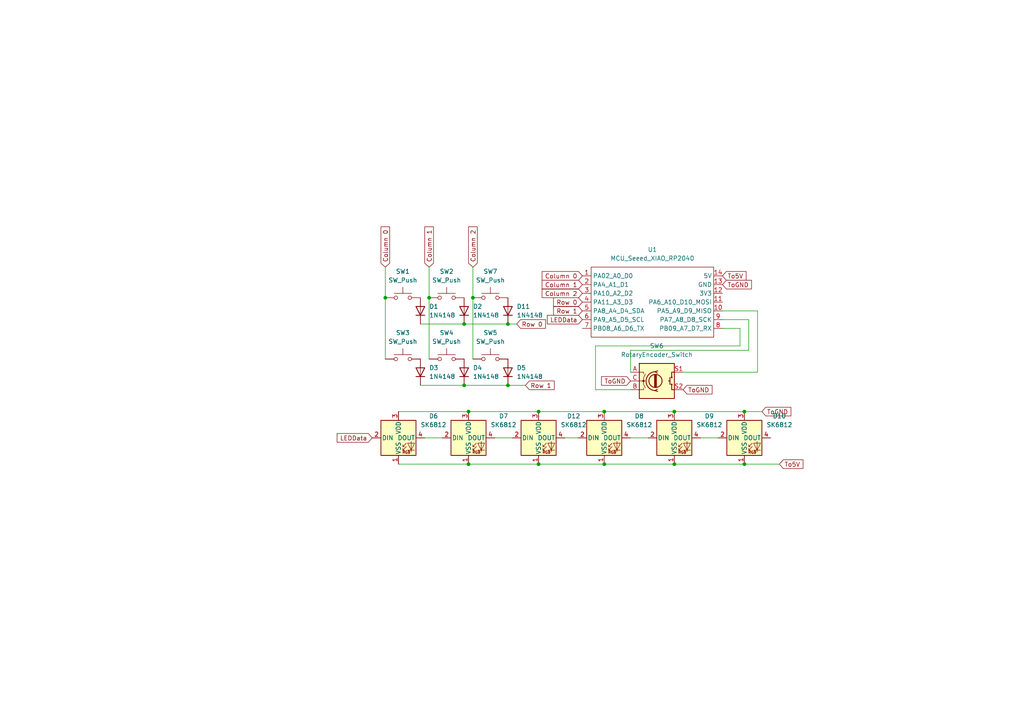
<source format=kicad_sch>
(kicad_sch
	(version 20231120)
	(generator "eeschema")
	(generator_version "8.0")
	(uuid "4053cd60-844a-42d0-a30e-8ac35b4c5d76")
	(paper "A4")
	(lib_symbols
		(symbol "Device:RotaryEncoder_Switch"
			(pin_names
				(offset 0.254) hide)
			(exclude_from_sim no)
			(in_bom yes)
			(on_board yes)
			(property "Reference" "SW"
				(at 0 6.604 0)
				(effects
					(font
						(size 1.27 1.27)
					)
				)
			)
			(property "Value" "RotaryEncoder_Switch"
				(at 0 -6.604 0)
				(effects
					(font
						(size 1.27 1.27)
					)
				)
			)
			(property "Footprint" ""
				(at -3.81 4.064 0)
				(effects
					(font
						(size 1.27 1.27)
					)
					(hide yes)
				)
			)
			(property "Datasheet" "~"
				(at 0 6.604 0)
				(effects
					(font
						(size 1.27 1.27)
					)
					(hide yes)
				)
			)
			(property "Description" "Rotary encoder, dual channel, incremental quadrate outputs, with switch"
				(at 0 0 0)
				(effects
					(font
						(size 1.27 1.27)
					)
					(hide yes)
				)
			)
			(property "ki_keywords" "rotary switch encoder switch push button"
				(at 0 0 0)
				(effects
					(font
						(size 1.27 1.27)
					)
					(hide yes)
				)
			)
			(property "ki_fp_filters" "RotaryEncoder*Switch*"
				(at 0 0 0)
				(effects
					(font
						(size 1.27 1.27)
					)
					(hide yes)
				)
			)
			(symbol "RotaryEncoder_Switch_0_1"
				(rectangle
					(start -5.08 5.08)
					(end 5.08 -5.08)
					(stroke
						(width 0.254)
						(type default)
					)
					(fill
						(type background)
					)
				)
				(circle
					(center -3.81 0)
					(radius 0.254)
					(stroke
						(width 0)
						(type default)
					)
					(fill
						(type outline)
					)
				)
				(circle
					(center -0.381 0)
					(radius 1.905)
					(stroke
						(width 0.254)
						(type default)
					)
					(fill
						(type none)
					)
				)
				(arc
					(start -0.381 2.667)
					(mid -3.0988 -0.0635)
					(end -0.381 -2.794)
					(stroke
						(width 0.254)
						(type default)
					)
					(fill
						(type none)
					)
				)
				(polyline
					(pts
						(xy -0.635 -1.778) (xy -0.635 1.778)
					)
					(stroke
						(width 0.254)
						(type default)
					)
					(fill
						(type none)
					)
				)
				(polyline
					(pts
						(xy -0.381 -1.778) (xy -0.381 1.778)
					)
					(stroke
						(width 0.254)
						(type default)
					)
					(fill
						(type none)
					)
				)
				(polyline
					(pts
						(xy -0.127 1.778) (xy -0.127 -1.778)
					)
					(stroke
						(width 0.254)
						(type default)
					)
					(fill
						(type none)
					)
				)
				(polyline
					(pts
						(xy 3.81 0) (xy 3.429 0)
					)
					(stroke
						(width 0.254)
						(type default)
					)
					(fill
						(type none)
					)
				)
				(polyline
					(pts
						(xy 3.81 1.016) (xy 3.81 -1.016)
					)
					(stroke
						(width 0.254)
						(type default)
					)
					(fill
						(type none)
					)
				)
				(polyline
					(pts
						(xy -5.08 -2.54) (xy -3.81 -2.54) (xy -3.81 -2.032)
					)
					(stroke
						(width 0)
						(type default)
					)
					(fill
						(type none)
					)
				)
				(polyline
					(pts
						(xy -5.08 2.54) (xy -3.81 2.54) (xy -3.81 2.032)
					)
					(stroke
						(width 0)
						(type default)
					)
					(fill
						(type none)
					)
				)
				(polyline
					(pts
						(xy 0.254 -3.048) (xy -0.508 -2.794) (xy 0.127 -2.413)
					)
					(stroke
						(width 0.254)
						(type default)
					)
					(fill
						(type none)
					)
				)
				(polyline
					(pts
						(xy 0.254 2.921) (xy -0.508 2.667) (xy 0.127 2.286)
					)
					(stroke
						(width 0.254)
						(type default)
					)
					(fill
						(type none)
					)
				)
				(polyline
					(pts
						(xy 5.08 -2.54) (xy 4.318 -2.54) (xy 4.318 -1.016)
					)
					(stroke
						(width 0.254)
						(type default)
					)
					(fill
						(type none)
					)
				)
				(polyline
					(pts
						(xy 5.08 2.54) (xy 4.318 2.54) (xy 4.318 1.016)
					)
					(stroke
						(width 0.254)
						(type default)
					)
					(fill
						(type none)
					)
				)
				(polyline
					(pts
						(xy -5.08 0) (xy -3.81 0) (xy -3.81 -1.016) (xy -3.302 -2.032)
					)
					(stroke
						(width 0)
						(type default)
					)
					(fill
						(type none)
					)
				)
				(polyline
					(pts
						(xy -4.318 0) (xy -3.81 0) (xy -3.81 1.016) (xy -3.302 2.032)
					)
					(stroke
						(width 0)
						(type default)
					)
					(fill
						(type none)
					)
				)
				(circle
					(center 4.318 -1.016)
					(radius 0.127)
					(stroke
						(width 0.254)
						(type default)
					)
					(fill
						(type none)
					)
				)
				(circle
					(center 4.318 1.016)
					(radius 0.127)
					(stroke
						(width 0.254)
						(type default)
					)
					(fill
						(type none)
					)
				)
			)
			(symbol "RotaryEncoder_Switch_1_1"
				(pin passive line
					(at -7.62 2.54 0)
					(length 2.54)
					(name "A"
						(effects
							(font
								(size 1.27 1.27)
							)
						)
					)
					(number "A"
						(effects
							(font
								(size 1.27 1.27)
							)
						)
					)
				)
				(pin passive line
					(at -7.62 -2.54 0)
					(length 2.54)
					(name "B"
						(effects
							(font
								(size 1.27 1.27)
							)
						)
					)
					(number "B"
						(effects
							(font
								(size 1.27 1.27)
							)
						)
					)
				)
				(pin passive line
					(at -7.62 0 0)
					(length 2.54)
					(name "C"
						(effects
							(font
								(size 1.27 1.27)
							)
						)
					)
					(number "C"
						(effects
							(font
								(size 1.27 1.27)
							)
						)
					)
				)
				(pin passive line
					(at 7.62 2.54 180)
					(length 2.54)
					(name "S1"
						(effects
							(font
								(size 1.27 1.27)
							)
						)
					)
					(number "S1"
						(effects
							(font
								(size 1.27 1.27)
							)
						)
					)
				)
				(pin passive line
					(at 7.62 -2.54 180)
					(length 2.54)
					(name "S2"
						(effects
							(font
								(size 1.27 1.27)
							)
						)
					)
					(number "S2"
						(effects
							(font
								(size 1.27 1.27)
							)
						)
					)
				)
			)
		)
		(symbol "Diode:1N4148"
			(pin_numbers hide)
			(pin_names hide)
			(exclude_from_sim no)
			(in_bom yes)
			(on_board yes)
			(property "Reference" "D"
				(at 0 2.54 0)
				(effects
					(font
						(size 1.27 1.27)
					)
				)
			)
			(property "Value" "1N4148"
				(at 0 -2.54 0)
				(effects
					(font
						(size 1.27 1.27)
					)
				)
			)
			(property "Footprint" "Diode_THT:D_DO-35_SOD27_P7.62mm_Horizontal"
				(at 0 0 0)
				(effects
					(font
						(size 1.27 1.27)
					)
					(hide yes)
				)
			)
			(property "Datasheet" "https://assets.nexperia.com/documents/data-sheet/1N4148_1N4448.pdf"
				(at 0 0 0)
				(effects
					(font
						(size 1.27 1.27)
					)
					(hide yes)
				)
			)
			(property "Description" "100V 0.15A standard switching diode, DO-35"
				(at 0 0 0)
				(effects
					(font
						(size 1.27 1.27)
					)
					(hide yes)
				)
			)
			(property "Sim.Device" "D"
				(at 0 0 0)
				(effects
					(font
						(size 1.27 1.27)
					)
					(hide yes)
				)
			)
			(property "Sim.Pins" "1=K 2=A"
				(at 0 0 0)
				(effects
					(font
						(size 1.27 1.27)
					)
					(hide yes)
				)
			)
			(property "ki_keywords" "diode"
				(at 0 0 0)
				(effects
					(font
						(size 1.27 1.27)
					)
					(hide yes)
				)
			)
			(property "ki_fp_filters" "D*DO?35*"
				(at 0 0 0)
				(effects
					(font
						(size 1.27 1.27)
					)
					(hide yes)
				)
			)
			(symbol "1N4148_0_1"
				(polyline
					(pts
						(xy -1.27 1.27) (xy -1.27 -1.27)
					)
					(stroke
						(width 0.254)
						(type default)
					)
					(fill
						(type none)
					)
				)
				(polyline
					(pts
						(xy 1.27 0) (xy -1.27 0)
					)
					(stroke
						(width 0)
						(type default)
					)
					(fill
						(type none)
					)
				)
				(polyline
					(pts
						(xy 1.27 1.27) (xy 1.27 -1.27) (xy -1.27 0) (xy 1.27 1.27)
					)
					(stroke
						(width 0.254)
						(type default)
					)
					(fill
						(type none)
					)
				)
			)
			(symbol "1N4148_1_1"
				(pin passive line
					(at -3.81 0 0)
					(length 2.54)
					(name "K"
						(effects
							(font
								(size 1.27 1.27)
							)
						)
					)
					(number "1"
						(effects
							(font
								(size 1.27 1.27)
							)
						)
					)
				)
				(pin passive line
					(at 3.81 0 180)
					(length 2.54)
					(name "A"
						(effects
							(font
								(size 1.27 1.27)
							)
						)
					)
					(number "2"
						(effects
							(font
								(size 1.27 1.27)
							)
						)
					)
				)
			)
		)
		(symbol "LED:SK6812"
			(pin_names
				(offset 0.254)
			)
			(exclude_from_sim no)
			(in_bom yes)
			(on_board yes)
			(property "Reference" "D"
				(at 5.08 5.715 0)
				(effects
					(font
						(size 1.27 1.27)
					)
					(justify right bottom)
				)
			)
			(property "Value" "SK6812"
				(at 1.27 -5.715 0)
				(effects
					(font
						(size 1.27 1.27)
					)
					(justify left top)
				)
			)
			(property "Footprint" "LED_SMD:LED_SK6812_PLCC4_5.0x5.0mm_P3.2mm"
				(at 1.27 -7.62 0)
				(effects
					(font
						(size 1.27 1.27)
					)
					(justify left top)
					(hide yes)
				)
			)
			(property "Datasheet" "https://cdn-shop.adafruit.com/product-files/1138/SK6812+LED+datasheet+.pdf"
				(at 2.54 -9.525 0)
				(effects
					(font
						(size 1.27 1.27)
					)
					(justify left top)
					(hide yes)
				)
			)
			(property "Description" "RGB LED with integrated controller"
				(at 0 0 0)
				(effects
					(font
						(size 1.27 1.27)
					)
					(hide yes)
				)
			)
			(property "ki_keywords" "RGB LED NeoPixel addressable"
				(at 0 0 0)
				(effects
					(font
						(size 1.27 1.27)
					)
					(hide yes)
				)
			)
			(property "ki_fp_filters" "LED*SK6812*PLCC*5.0x5.0mm*P3.2mm*"
				(at 0 0 0)
				(effects
					(font
						(size 1.27 1.27)
					)
					(hide yes)
				)
			)
			(symbol "SK6812_0_0"
				(text "RGB"
					(at 2.286 -4.191 0)
					(effects
						(font
							(size 0.762 0.762)
						)
					)
				)
			)
			(symbol "SK6812_0_1"
				(polyline
					(pts
						(xy 1.27 -3.556) (xy 1.778 -3.556)
					)
					(stroke
						(width 0)
						(type default)
					)
					(fill
						(type none)
					)
				)
				(polyline
					(pts
						(xy 1.27 -2.54) (xy 1.778 -2.54)
					)
					(stroke
						(width 0)
						(type default)
					)
					(fill
						(type none)
					)
				)
				(polyline
					(pts
						(xy 4.699 -3.556) (xy 2.667 -3.556)
					)
					(stroke
						(width 0)
						(type default)
					)
					(fill
						(type none)
					)
				)
				(polyline
					(pts
						(xy 2.286 -2.54) (xy 1.27 -3.556) (xy 1.27 -3.048)
					)
					(stroke
						(width 0)
						(type default)
					)
					(fill
						(type none)
					)
				)
				(polyline
					(pts
						(xy 2.286 -1.524) (xy 1.27 -2.54) (xy 1.27 -2.032)
					)
					(stroke
						(width 0)
						(type default)
					)
					(fill
						(type none)
					)
				)
				(polyline
					(pts
						(xy 3.683 -1.016) (xy 3.683 -3.556) (xy 3.683 -4.064)
					)
					(stroke
						(width 0)
						(type default)
					)
					(fill
						(type none)
					)
				)
				(polyline
					(pts
						(xy 4.699 -1.524) (xy 2.667 -1.524) (xy 3.683 -3.556) (xy 4.699 -1.524)
					)
					(stroke
						(width 0)
						(type default)
					)
					(fill
						(type none)
					)
				)
				(rectangle
					(start 5.08 5.08)
					(end -5.08 -5.08)
					(stroke
						(width 0.254)
						(type default)
					)
					(fill
						(type background)
					)
				)
			)
			(symbol "SK6812_1_1"
				(pin power_in line
					(at 0 -7.62 90)
					(length 2.54)
					(name "VSS"
						(effects
							(font
								(size 1.27 1.27)
							)
						)
					)
					(number "1"
						(effects
							(font
								(size 1.27 1.27)
							)
						)
					)
				)
				(pin input line
					(at -7.62 0 0)
					(length 2.54)
					(name "DIN"
						(effects
							(font
								(size 1.27 1.27)
							)
						)
					)
					(number "2"
						(effects
							(font
								(size 1.27 1.27)
							)
						)
					)
				)
				(pin power_in line
					(at 0 7.62 270)
					(length 2.54)
					(name "VDD"
						(effects
							(font
								(size 1.27 1.27)
							)
						)
					)
					(number "3"
						(effects
							(font
								(size 1.27 1.27)
							)
						)
					)
				)
				(pin output line
					(at 7.62 0 180)
					(length 2.54)
					(name "DOUT"
						(effects
							(font
								(size 1.27 1.27)
							)
						)
					)
					(number "4"
						(effects
							(font
								(size 1.27 1.27)
							)
						)
					)
				)
			)
		)
		(symbol "ScottoKeebs:MCU_Seeed_XIAO_RP2040"
			(exclude_from_sim no)
			(in_bom yes)
			(on_board yes)
			(property "Reference" "U"
				(at -16.51 11.43 0)
				(effects
					(font
						(size 1.27 1.27)
					)
				)
			)
			(property "Value" "MCU_Seeed_XIAO_RP2040"
				(at -3.81 -11.43 0)
				(effects
					(font
						(size 1.27 1.27)
					)
				)
			)
			(property "Footprint" ""
				(at -16.51 2.54 0)
				(effects
					(font
						(size 1.27 1.27)
					)
					(hide yes)
				)
			)
			(property "Datasheet" ""
				(at -16.51 2.54 0)
				(effects
					(font
						(size 1.27 1.27)
					)
					(hide yes)
				)
			)
			(property "Description" ""
				(at 0 0 0)
				(effects
					(font
						(size 1.27 1.27)
					)
					(hide yes)
				)
			)
			(symbol "MCU_Seeed_XIAO_RP2040_0_1"
				(rectangle
					(start -16.51 10.16)
					(end 19.05 -10.16)
					(stroke
						(width 0)
						(type default)
					)
					(fill
						(type none)
					)
				)
			)
			(symbol "MCU_Seeed_XIAO_RP2040_1_1"
				(pin passive line
					(at -19.05 7.62 0)
					(length 2.54)
					(name "PA02_A0_D0"
						(effects
							(font
								(size 1.27 1.27)
							)
						)
					)
					(number "1"
						(effects
							(font
								(size 1.27 1.27)
							)
						)
					)
				)
				(pin passive line
					(at 21.59 -2.54 180)
					(length 2.54)
					(name "PA5_A9_D9_MISO"
						(effects
							(font
								(size 1.27 1.27)
							)
						)
					)
					(number "10"
						(effects
							(font
								(size 1.27 1.27)
							)
						)
					)
				)
				(pin passive line
					(at 21.59 0 180)
					(length 2.54)
					(name "PA6_A10_D10_MOSI"
						(effects
							(font
								(size 1.27 1.27)
							)
						)
					)
					(number "11"
						(effects
							(font
								(size 1.27 1.27)
							)
						)
					)
				)
				(pin passive line
					(at 21.59 2.54 180)
					(length 2.54)
					(name "3V3"
						(effects
							(font
								(size 1.27 1.27)
							)
						)
					)
					(number "12"
						(effects
							(font
								(size 1.27 1.27)
							)
						)
					)
				)
				(pin passive line
					(at 21.59 5.08 180)
					(length 2.54)
					(name "GND"
						(effects
							(font
								(size 1.27 1.27)
							)
						)
					)
					(number "13"
						(effects
							(font
								(size 1.27 1.27)
							)
						)
					)
				)
				(pin passive line
					(at 21.59 7.62 180)
					(length 2.54)
					(name "5V"
						(effects
							(font
								(size 1.27 1.27)
							)
						)
					)
					(number "14"
						(effects
							(font
								(size 1.27 1.27)
							)
						)
					)
				)
				(pin passive line
					(at -19.05 5.08 0)
					(length 2.54)
					(name "PA4_A1_D1"
						(effects
							(font
								(size 1.27 1.27)
							)
						)
					)
					(number "2"
						(effects
							(font
								(size 1.27 1.27)
							)
						)
					)
				)
				(pin passive line
					(at -19.05 2.54 0)
					(length 2.54)
					(name "PA10_A2_D2"
						(effects
							(font
								(size 1.27 1.27)
							)
						)
					)
					(number "3"
						(effects
							(font
								(size 1.27 1.27)
							)
						)
					)
				)
				(pin passive line
					(at -19.05 0 0)
					(length 2.54)
					(name "PA11_A3_D3"
						(effects
							(font
								(size 1.27 1.27)
							)
						)
					)
					(number "4"
						(effects
							(font
								(size 1.27 1.27)
							)
						)
					)
				)
				(pin passive line
					(at -19.05 -2.54 0)
					(length 2.54)
					(name "PA8_A4_D4_SDA"
						(effects
							(font
								(size 1.27 1.27)
							)
						)
					)
					(number "5"
						(effects
							(font
								(size 1.27 1.27)
							)
						)
					)
				)
				(pin passive line
					(at -19.05 -5.08 0)
					(length 2.54)
					(name "PA9_A5_D5_SCL"
						(effects
							(font
								(size 1.27 1.27)
							)
						)
					)
					(number "6"
						(effects
							(font
								(size 1.27 1.27)
							)
						)
					)
				)
				(pin passive line
					(at -19.05 -7.62 0)
					(length 2.54)
					(name "PB08_A6_D6_TX"
						(effects
							(font
								(size 1.27 1.27)
							)
						)
					)
					(number "7"
						(effects
							(font
								(size 1.27 1.27)
							)
						)
					)
				)
				(pin passive line
					(at 21.59 -7.62 180)
					(length 2.54)
					(name "PB09_A7_D7_RX"
						(effects
							(font
								(size 1.27 1.27)
							)
						)
					)
					(number "8"
						(effects
							(font
								(size 1.27 1.27)
							)
						)
					)
				)
				(pin passive line
					(at 21.59 -5.08 180)
					(length 2.54)
					(name "PA7_A8_D8_SCK"
						(effects
							(font
								(size 1.27 1.27)
							)
						)
					)
					(number "9"
						(effects
							(font
								(size 1.27 1.27)
							)
						)
					)
				)
			)
		)
		(symbol "Switch:SW_Push"
			(pin_numbers hide)
			(pin_names
				(offset 1.016) hide)
			(exclude_from_sim no)
			(in_bom yes)
			(on_board yes)
			(property "Reference" "SW"
				(at 1.27 2.54 0)
				(effects
					(font
						(size 1.27 1.27)
					)
					(justify left)
				)
			)
			(property "Value" "SW_Push"
				(at 0 -1.524 0)
				(effects
					(font
						(size 1.27 1.27)
					)
				)
			)
			(property "Footprint" ""
				(at 0 5.08 0)
				(effects
					(font
						(size 1.27 1.27)
					)
					(hide yes)
				)
			)
			(property "Datasheet" "~"
				(at 0 5.08 0)
				(effects
					(font
						(size 1.27 1.27)
					)
					(hide yes)
				)
			)
			(property "Description" "Push button switch, generic, two pins"
				(at 0 0 0)
				(effects
					(font
						(size 1.27 1.27)
					)
					(hide yes)
				)
			)
			(property "ki_keywords" "switch normally-open pushbutton push-button"
				(at 0 0 0)
				(effects
					(font
						(size 1.27 1.27)
					)
					(hide yes)
				)
			)
			(symbol "SW_Push_0_1"
				(circle
					(center -2.032 0)
					(radius 0.508)
					(stroke
						(width 0)
						(type default)
					)
					(fill
						(type none)
					)
				)
				(polyline
					(pts
						(xy 0 1.27) (xy 0 3.048)
					)
					(stroke
						(width 0)
						(type default)
					)
					(fill
						(type none)
					)
				)
				(polyline
					(pts
						(xy 2.54 1.27) (xy -2.54 1.27)
					)
					(stroke
						(width 0)
						(type default)
					)
					(fill
						(type none)
					)
				)
				(circle
					(center 2.032 0)
					(radius 0.508)
					(stroke
						(width 0)
						(type default)
					)
					(fill
						(type none)
					)
				)
				(pin passive line
					(at -5.08 0 0)
					(length 2.54)
					(name "1"
						(effects
							(font
								(size 1.27 1.27)
							)
						)
					)
					(number "1"
						(effects
							(font
								(size 1.27 1.27)
							)
						)
					)
				)
				(pin passive line
					(at 5.08 0 180)
					(length 2.54)
					(name "2"
						(effects
							(font
								(size 1.27 1.27)
							)
						)
					)
					(number "2"
						(effects
							(font
								(size 1.27 1.27)
							)
						)
					)
				)
			)
		)
	)
	(junction
		(at 195.58 119.38)
		(diameter 0)
		(color 0 0 0 0)
		(uuid "07203566-3cda-4bee-b554-a99ed31e8fcc")
	)
	(junction
		(at 156.21 134.62)
		(diameter 0)
		(color 0 0 0 0)
		(uuid "28870868-eeab-4f68-a0ed-202f3f6ff5e9")
	)
	(junction
		(at 134.62 93.98)
		(diameter 0)
		(color 0 0 0 0)
		(uuid "2a8d2a0f-aded-4c7b-ba9a-808d11fe2117")
	)
	(junction
		(at 111.76 86.36)
		(diameter 0)
		(color 0 0 0 0)
		(uuid "32dc45b3-e9a6-4ac9-9190-55a8f5308a26")
	)
	(junction
		(at 147.32 93.98)
		(diameter 0)
		(color 0 0 0 0)
		(uuid "379e2316-74e5-4425-85b9-e7d247196340")
	)
	(junction
		(at 135.89 119.38)
		(diameter 0)
		(color 0 0 0 0)
		(uuid "44c547a4-dd0d-406d-9914-2000d4cab57f")
	)
	(junction
		(at 195.58 134.62)
		(diameter 0)
		(color 0 0 0 0)
		(uuid "44dc3996-2b84-4038-914f-bbed8a6e5ea9")
	)
	(junction
		(at 156.21 119.38)
		(diameter 0)
		(color 0 0 0 0)
		(uuid "5142b36b-5987-4e29-b655-6cdc601d614d")
	)
	(junction
		(at 215.9 134.62)
		(diameter 0)
		(color 0 0 0 0)
		(uuid "67692a80-4032-420e-bf9f-06fb4bb69ed6")
	)
	(junction
		(at 175.26 134.62)
		(diameter 0)
		(color 0 0 0 0)
		(uuid "734903a6-bca7-4837-a303-bff901435c8a")
	)
	(junction
		(at 124.46 86.36)
		(diameter 0)
		(color 0 0 0 0)
		(uuid "99ce9db1-e44d-4267-ae69-5e7bab977aa3")
	)
	(junction
		(at 215.9 119.38)
		(diameter 0)
		(color 0 0 0 0)
		(uuid "a9361c0a-7891-4766-b289-1ebeac200e2c")
	)
	(junction
		(at 175.26 119.38)
		(diameter 0)
		(color 0 0 0 0)
		(uuid "a9fba9f8-9c92-4bdb-9106-adf459cd56c5")
	)
	(junction
		(at 137.16 86.36)
		(diameter 0)
		(color 0 0 0 0)
		(uuid "b0c1c4c8-701f-4591-8866-f23dedefe69f")
	)
	(junction
		(at 134.62 111.76)
		(diameter 0)
		(color 0 0 0 0)
		(uuid "bf24579b-b205-47ea-8011-f3601dd98e29")
	)
	(junction
		(at 147.32 111.76)
		(diameter 0)
		(color 0 0 0 0)
		(uuid "c307778d-a1f4-45b0-acb1-5153b6e9855a")
	)
	(junction
		(at 135.89 134.62)
		(diameter 0)
		(color 0 0 0 0)
		(uuid "cb73be83-6477-4f80-ae0e-7e05350c54dd")
	)
	(wire
		(pts
			(xy 143.51 127) (xy 148.59 127)
		)
		(stroke
			(width 0)
			(type default)
		)
		(uuid "016f56b1-e2da-42aa-b0fe-cba6ae170e00")
	)
	(wire
		(pts
			(xy 152.4 111.76) (xy 147.32 111.76)
		)
		(stroke
			(width 0)
			(type default)
		)
		(uuid "03dae68a-0ae9-4c01-8cb0-b6823c94dcea")
	)
	(wire
		(pts
			(xy 182.88 113.03) (xy 172.72 113.03)
		)
		(stroke
			(width 0)
			(type default)
		)
		(uuid "0e12b9dc-7a23-4b1b-aa1a-4a07f4a48bd9")
	)
	(wire
		(pts
			(xy 219.71 107.95) (xy 219.71 90.17)
		)
		(stroke
			(width 0)
			(type default)
		)
		(uuid "1198b945-e027-4625-9f46-0d6834c0177e")
	)
	(wire
		(pts
			(xy 172.72 100.33) (xy 214.63 100.33)
		)
		(stroke
			(width 0)
			(type default)
		)
		(uuid "35fa9554-81bf-4a48-a649-a69cd09ec3f4")
	)
	(wire
		(pts
			(xy 209.55 92.71) (xy 217.17 92.71)
		)
		(stroke
			(width 0)
			(type default)
		)
		(uuid "4068ec7c-68f0-4615-9e92-68b9f90ad50b")
	)
	(wire
		(pts
			(xy 215.9 134.62) (xy 226.06 134.62)
		)
		(stroke
			(width 0)
			(type default)
		)
		(uuid "421ad97d-7d1a-441d-b532-8c795f997ea2")
	)
	(wire
		(pts
			(xy 115.57 119.38) (xy 135.89 119.38)
		)
		(stroke
			(width 0)
			(type default)
		)
		(uuid "4342910a-0461-4917-af98-6b922e070853")
	)
	(wire
		(pts
			(xy 115.57 134.62) (xy 135.89 134.62)
		)
		(stroke
			(width 0)
			(type default)
		)
		(uuid "4ac70e2f-6bd8-49af-8c45-68c029d3ae2f")
	)
	(wire
		(pts
			(xy 137.16 86.36) (xy 137.16 104.14)
		)
		(stroke
			(width 0)
			(type default)
		)
		(uuid "5390add8-d750-4a18-a3b6-7fcafb379a47")
	)
	(wire
		(pts
			(xy 135.89 119.38) (xy 156.21 119.38)
		)
		(stroke
			(width 0)
			(type default)
		)
		(uuid "563511aa-4085-4e89-88f0-7706c6273648")
	)
	(wire
		(pts
			(xy 219.71 90.17) (xy 209.55 90.17)
		)
		(stroke
			(width 0)
			(type default)
		)
		(uuid "584041c8-12a2-465e-9449-960e5091eb9e")
	)
	(wire
		(pts
			(xy 195.58 119.38) (xy 215.9 119.38)
		)
		(stroke
			(width 0)
			(type default)
		)
		(uuid "64334e72-acc4-4661-9d6e-02c978656952")
	)
	(wire
		(pts
			(xy 217.17 101.6) (xy 217.17 92.71)
		)
		(stroke
			(width 0)
			(type default)
		)
		(uuid "6a543ba6-d121-4871-90ef-4d7146fd5d4b")
	)
	(wire
		(pts
			(xy 121.92 93.98) (xy 134.62 93.98)
		)
		(stroke
			(width 0)
			(type default)
		)
		(uuid "6d1ad10f-6dbf-4008-b945-b15a89371d8f")
	)
	(wire
		(pts
			(xy 124.46 86.36) (xy 124.46 104.14)
		)
		(stroke
			(width 0)
			(type default)
		)
		(uuid "77b3a153-f96f-41a3-bae5-21d041c5cd6f")
	)
	(wire
		(pts
			(xy 149.86 93.98) (xy 147.32 93.98)
		)
		(stroke
			(width 0)
			(type default)
		)
		(uuid "78623036-ce1d-4675-8d2b-464e97c8ccde")
	)
	(wire
		(pts
			(xy 111.76 86.36) (xy 111.76 104.14)
		)
		(stroke
			(width 0)
			(type default)
		)
		(uuid "78b62376-de0c-460e-81f0-3338d4376b39")
	)
	(wire
		(pts
			(xy 163.83 127) (xy 167.64 127)
		)
		(stroke
			(width 0)
			(type default)
		)
		(uuid "79037333-9d6d-4cb0-ae21-9e14ce8b4324")
	)
	(wire
		(pts
			(xy 172.72 113.03) (xy 172.72 100.33)
		)
		(stroke
			(width 0)
			(type default)
		)
		(uuid "79690998-9c23-4bf6-94ce-df2b0387de6a")
	)
	(wire
		(pts
			(xy 135.89 134.62) (xy 156.21 134.62)
		)
		(stroke
			(width 0)
			(type default)
		)
		(uuid "94a26038-f501-4c9c-b7f2-bf282eea87d1")
	)
	(wire
		(pts
			(xy 175.26 134.62) (xy 195.58 134.62)
		)
		(stroke
			(width 0)
			(type default)
		)
		(uuid "95044d65-40d4-4943-9c6c-1e910f3aa6d6")
	)
	(wire
		(pts
			(xy 215.9 119.38) (xy 220.98 119.38)
		)
		(stroke
			(width 0)
			(type default)
		)
		(uuid "9a87c224-1c7f-4fcf-a160-2cfb744bf244")
	)
	(wire
		(pts
			(xy 134.62 111.76) (xy 147.32 111.76)
		)
		(stroke
			(width 0)
			(type default)
		)
		(uuid "9c497d03-54e9-4cd3-924f-5dc303ba6bb8")
	)
	(wire
		(pts
			(xy 121.92 111.76) (xy 134.62 111.76)
		)
		(stroke
			(width 0)
			(type default)
		)
		(uuid "9ebd3cf3-8edd-4657-a43f-fc596737542f")
	)
	(wire
		(pts
			(xy 214.63 95.25) (xy 209.55 95.25)
		)
		(stroke
			(width 0)
			(type default)
		)
		(uuid "a3e56313-0dfb-4cd2-bee0-73172f18aa64")
	)
	(wire
		(pts
			(xy 124.46 77.47) (xy 124.46 86.36)
		)
		(stroke
			(width 0)
			(type default)
		)
		(uuid "a922b7ed-4ac0-4520-bc7e-3d3c06230952")
	)
	(wire
		(pts
			(xy 123.19 127) (xy 128.27 127)
		)
		(stroke
			(width 0)
			(type default)
		)
		(uuid "b3993656-7f63-40b2-9b12-ad346ff31ec2")
	)
	(wire
		(pts
			(xy 195.58 134.62) (xy 215.9 134.62)
		)
		(stroke
			(width 0)
			(type default)
		)
		(uuid "b4671f9a-b7d2-4dc1-93d9-55abe7fcb259")
	)
	(wire
		(pts
			(xy 182.88 107.95) (xy 182.88 101.6)
		)
		(stroke
			(width 0)
			(type default)
		)
		(uuid "b7072107-f374-4df2-b7c7-717c320ed0f4")
	)
	(wire
		(pts
			(xy 182.88 101.6) (xy 217.17 101.6)
		)
		(stroke
			(width 0)
			(type default)
		)
		(uuid "b70ded3c-8a1b-4a46-a9d9-9eeba962ba55")
	)
	(wire
		(pts
			(xy 203.2 127) (xy 208.28 127)
		)
		(stroke
			(width 0)
			(type default)
		)
		(uuid "c3783042-9174-45c6-87e2-5b84a5090f62")
	)
	(wire
		(pts
			(xy 156.21 134.62) (xy 175.26 134.62)
		)
		(stroke
			(width 0)
			(type default)
		)
		(uuid "c69e06e2-e7a2-43d3-ae55-93ac7fcf9905")
	)
	(wire
		(pts
			(xy 175.26 119.38) (xy 195.58 119.38)
		)
		(stroke
			(width 0)
			(type default)
		)
		(uuid "d0dd5a08-be6b-4291-8e91-d61ba1083f7c")
	)
	(wire
		(pts
			(xy 137.16 77.47) (xy 137.16 86.36)
		)
		(stroke
			(width 0)
			(type default)
		)
		(uuid "d68d0902-22e0-4bbf-8f4e-402c5839c4a5")
	)
	(wire
		(pts
			(xy 147.32 93.98) (xy 134.62 93.98)
		)
		(stroke
			(width 0)
			(type default)
		)
		(uuid "d7e8e48e-7ba7-4089-97c8-cd27dbb66ca3")
	)
	(wire
		(pts
			(xy 182.88 127) (xy 187.96 127)
		)
		(stroke
			(width 0)
			(type default)
		)
		(uuid "e02cbaad-6d7b-4327-b74a-1fc9ab3ccb60")
	)
	(wire
		(pts
			(xy 111.76 77.47) (xy 111.76 86.36)
		)
		(stroke
			(width 0)
			(type default)
		)
		(uuid "e7b5ab3d-e1ec-4d41-932f-1912515de89e")
	)
	(wire
		(pts
			(xy 198.12 107.95) (xy 219.71 107.95)
		)
		(stroke
			(width 0)
			(type default)
		)
		(uuid "f0473504-9721-455f-8c11-fe2ebf86612f")
	)
	(wire
		(pts
			(xy 156.21 119.38) (xy 175.26 119.38)
		)
		(stroke
			(width 0)
			(type default)
		)
		(uuid "f93d7e06-03cd-4606-a190-f394c2c25f58")
	)
	(wire
		(pts
			(xy 214.63 100.33) (xy 214.63 95.25)
		)
		(stroke
			(width 0)
			(type default)
		)
		(uuid "fa3bc2b9-17df-4ff9-bd83-864a82b2746c")
	)
	(global_label "Column 1"
		(shape input)
		(at 168.91 82.55 180)
		(fields_autoplaced yes)
		(effects
			(font
				(size 1.27 1.27)
			)
			(justify right)
		)
		(uuid "14480fb0-b2df-45d1-95d3-68b3d377fe28")
		(property "Intersheetrefs" "${INTERSHEET_REFS}"
			(at 156.6722 82.55 0)
			(effects
				(font
					(size 1.27 1.27)
				)
				(justify right)
				(hide yes)
			)
		)
	)
	(global_label "ToGND"
		(shape input)
		(at 209.55 82.55 0)
		(fields_autoplaced yes)
		(effects
			(font
				(size 1.27 1.27)
			)
			(justify left)
		)
		(uuid "1920c303-e35d-43a0-8f46-18a4011e61f6")
		(property "Intersheetrefs" "${INTERSHEET_REFS}"
			(at 218.5223 82.55 0)
			(effects
				(font
					(size 1.27 1.27)
				)
				(justify left)
				(hide yes)
			)
		)
	)
	(global_label "ToGND"
		(shape input)
		(at 198.12 113.03 0)
		(fields_autoplaced yes)
		(effects
			(font
				(size 1.27 1.27)
			)
			(justify left)
		)
		(uuid "1e7359b4-5613-404b-9b4b-83f0d9e6a4a1")
		(property "Intersheetrefs" "${INTERSHEET_REFS}"
			(at 207.0923 113.03 0)
			(effects
				(font
					(size 1.27 1.27)
				)
				(justify left)
				(hide yes)
			)
		)
	)
	(global_label "ToGND"
		(shape input)
		(at 182.88 110.49 180)
		(fields_autoplaced yes)
		(effects
			(font
				(size 1.27 1.27)
			)
			(justify right)
		)
		(uuid "243890b4-c43e-487e-a851-bc7baef3d161")
		(property "Intersheetrefs" "${INTERSHEET_REFS}"
			(at 173.9077 110.49 0)
			(effects
				(font
					(size 1.27 1.27)
				)
				(justify right)
				(hide yes)
			)
		)
	)
	(global_label "Column 2"
		(shape input)
		(at 137.16 77.47 90)
		(fields_autoplaced yes)
		(effects
			(font
				(size 1.27 1.27)
			)
			(justify left)
		)
		(uuid "4f340162-2ec8-44c4-a0d2-d901c0424c4b")
		(property "Intersheetrefs" "${INTERSHEET_REFS}"
			(at 137.16 65.2322 90)
			(effects
				(font
					(size 1.27 1.27)
				)
				(justify left)
				(hide yes)
			)
		)
	)
	(global_label "To5V"
		(shape input)
		(at 226.06 134.62 0)
		(fields_autoplaced yes)
		(effects
			(font
				(size 1.27 1.27)
			)
			(justify left)
		)
		(uuid "55949ae0-d883-466a-9ca2-019d96da9009")
		(property "Intersheetrefs" "${INTERSHEET_REFS}"
			(at 233.4599 134.62 0)
			(effects
				(font
					(size 1.27 1.27)
				)
				(justify left)
				(hide yes)
			)
		)
	)
	(global_label "LEDData"
		(shape input)
		(at 168.91 92.71 180)
		(fields_autoplaced yes)
		(effects
			(font
				(size 1.27 1.27)
			)
			(justify right)
		)
		(uuid "67f0f123-c831-432e-a797-22e838c240a2")
		(property "Intersheetrefs" "${INTERSHEET_REFS}"
			(at 158.184 92.71 0)
			(effects
				(font
					(size 1.27 1.27)
				)
				(justify right)
				(hide yes)
			)
		)
	)
	(global_label "Row 0"
		(shape input)
		(at 168.91 87.63 180)
		(fields_autoplaced yes)
		(effects
			(font
				(size 1.27 1.27)
			)
			(justify right)
		)
		(uuid "6f52d799-aa09-4458-852a-4f3becbba6fd")
		(property "Intersheetrefs" "${INTERSHEET_REFS}"
			(at 159.9982 87.63 0)
			(effects
				(font
					(size 1.27 1.27)
				)
				(justify right)
				(hide yes)
			)
		)
	)
	(global_label "Row 0"
		(shape input)
		(at 149.86 93.98 0)
		(fields_autoplaced yes)
		(effects
			(font
				(size 1.27 1.27)
			)
			(justify left)
		)
		(uuid "72ba6e0a-3594-4631-a628-fef529e649f9")
		(property "Intersheetrefs" "${INTERSHEET_REFS}"
			(at 158.7718 93.98 0)
			(effects
				(font
					(size 1.27 1.27)
				)
				(justify left)
				(hide yes)
			)
		)
	)
	(global_label "Column 0"
		(shape input)
		(at 168.91 80.01 180)
		(fields_autoplaced yes)
		(effects
			(font
				(size 1.27 1.27)
			)
			(justify right)
		)
		(uuid "856bcb62-e395-4a9a-9e6a-2720ce86dbe6")
		(property "Intersheetrefs" "${INTERSHEET_REFS}"
			(at 156.6722 80.01 0)
			(effects
				(font
					(size 1.27 1.27)
				)
				(justify right)
				(hide yes)
			)
		)
	)
	(global_label "Column 0"
		(shape input)
		(at 111.76 77.47 90)
		(fields_autoplaced yes)
		(effects
			(font
				(size 1.27 1.27)
			)
			(justify left)
		)
		(uuid "859c4cf5-f86d-4018-9654-1f6b61f0f37b")
		(property "Intersheetrefs" "${INTERSHEET_REFS}"
			(at 111.76 65.2322 90)
			(effects
				(font
					(size 1.27 1.27)
				)
				(justify left)
				(hide yes)
			)
		)
	)
	(global_label "ToGND"
		(shape input)
		(at 220.98 119.38 0)
		(fields_autoplaced yes)
		(effects
			(font
				(size 1.27 1.27)
			)
			(justify left)
		)
		(uuid "9e90b84a-8dff-4f3b-9010-e19d2421b6e6")
		(property "Intersheetrefs" "${INTERSHEET_REFS}"
			(at 229.9523 119.38 0)
			(effects
				(font
					(size 1.27 1.27)
				)
				(justify left)
				(hide yes)
			)
		)
	)
	(global_label "Row 1"
		(shape input)
		(at 168.91 90.17 180)
		(fields_autoplaced yes)
		(effects
			(font
				(size 1.27 1.27)
			)
			(justify right)
		)
		(uuid "ab14011e-e5e6-472c-a5a2-4ae8fe086ec4")
		(property "Intersheetrefs" "${INTERSHEET_REFS}"
			(at 159.9982 90.17 0)
			(effects
				(font
					(size 1.27 1.27)
				)
				(justify right)
				(hide yes)
			)
		)
	)
	(global_label "Column 2"
		(shape input)
		(at 168.91 85.09 180)
		(fields_autoplaced yes)
		(effects
			(font
				(size 1.27 1.27)
			)
			(justify right)
		)
		(uuid "b93f6625-406b-46da-97c5-6e4b06e13e57")
		(property "Intersheetrefs" "${INTERSHEET_REFS}"
			(at 156.6722 85.09 0)
			(effects
				(font
					(size 1.27 1.27)
				)
				(justify right)
				(hide yes)
			)
		)
	)
	(global_label "LEDData"
		(shape input)
		(at 107.95 127 180)
		(fields_autoplaced yes)
		(effects
			(font
				(size 1.27 1.27)
			)
			(justify right)
		)
		(uuid "cde2984b-5e4e-4b46-9844-7dd15e1f3407")
		(property "Intersheetrefs" "${INTERSHEET_REFS}"
			(at 97.224 127 0)
			(effects
				(font
					(size 1.27 1.27)
				)
				(justify right)
				(hide yes)
			)
		)
	)
	(global_label "To5V"
		(shape input)
		(at 209.55 80.01 0)
		(fields_autoplaced yes)
		(effects
			(font
				(size 1.27 1.27)
			)
			(justify left)
		)
		(uuid "e8a975e7-3a2c-4082-ab20-d33486959a71")
		(property "Intersheetrefs" "${INTERSHEET_REFS}"
			(at 216.9499 80.01 0)
			(effects
				(font
					(size 1.27 1.27)
				)
				(justify left)
				(hide yes)
			)
		)
	)
	(global_label "Row 1"
		(shape input)
		(at 152.4 111.76 0)
		(fields_autoplaced yes)
		(effects
			(font
				(size 1.27 1.27)
			)
			(justify left)
		)
		(uuid "ec420798-49e8-4198-8288-af8c0c7ffe5f")
		(property "Intersheetrefs" "${INTERSHEET_REFS}"
			(at 161.3118 111.76 0)
			(effects
				(font
					(size 1.27 1.27)
				)
				(justify left)
				(hide yes)
			)
		)
	)
	(global_label "Column 1"
		(shape input)
		(at 124.46 77.47 90)
		(fields_autoplaced yes)
		(effects
			(font
				(size 1.27 1.27)
			)
			(justify left)
		)
		(uuid "f2f6af6d-b36b-4810-a6c0-32290386ef23")
		(property "Intersheetrefs" "${INTERSHEET_REFS}"
			(at 124.46 65.2322 90)
			(effects
				(font
					(size 1.27 1.27)
				)
				(justify left)
				(hide yes)
			)
		)
	)
	(symbol
		(lib_id "ScottoKeebs:MCU_Seeed_XIAO_RP2040")
		(at 187.96 87.63 0)
		(unit 1)
		(exclude_from_sim no)
		(in_bom yes)
		(on_board yes)
		(dnp no)
		(fields_autoplaced yes)
		(uuid "09be5a1e-ddbf-49c6-aef5-9c40be4ef6ac")
		(property "Reference" "U1"
			(at 189.23 72.39 0)
			(effects
				(font
					(size 1.27 1.27)
				)
			)
		)
		(property "Value" "MCU_Seeed_XIAO_RP2040"
			(at 189.23 74.93 0)
			(effects
				(font
					(size 1.27 1.27)
				)
			)
		)
		(property "Footprint" "XIAO RP-2040:XIAO-RP2040"
			(at 171.45 85.09 0)
			(effects
				(font
					(size 1.27 1.27)
				)
				(hide yes)
			)
		)
		(property "Datasheet" ""
			(at 171.45 85.09 0)
			(effects
				(font
					(size 1.27 1.27)
				)
				(hide yes)
			)
		)
		(property "Description" ""
			(at 187.96 87.63 0)
			(effects
				(font
					(size 1.27 1.27)
				)
				(hide yes)
			)
		)
		(pin "5"
			(uuid "ba0f45b7-07e2-4c81-8e82-198fb530fdab")
		)
		(pin "10"
			(uuid "412974d9-4ec4-4d6d-9987-270eff437c5b")
		)
		(pin "3"
			(uuid "d11057a0-3916-47bd-9f54-4dc5815abd70")
		)
		(pin "4"
			(uuid "57b64c76-26cc-440c-a11e-17dcc64aba61")
		)
		(pin "6"
			(uuid "86c67ebf-e2cf-478d-acaa-8cb5548cb27f")
		)
		(pin "2"
			(uuid "57f0f489-33aa-40ee-923c-7e492f136d50")
		)
		(pin "8"
			(uuid "5ecd584c-f91e-428b-897c-9be0dc987da1")
		)
		(pin "13"
			(uuid "84cb29a6-5433-4498-a9fa-081ee2a52f78")
		)
		(pin "7"
			(uuid "1905bc05-c9f2-4e15-917f-7dd0d05ea67d")
		)
		(pin "1"
			(uuid "f9f2cc3d-9618-487d-ad83-6abd8b4cf0e2")
		)
		(pin "9"
			(uuid "a5cb3fd8-b872-479b-94ea-6f2235926d18")
		)
		(pin "14"
			(uuid "77f44ed6-9dab-4858-997b-ea226542cbc9")
		)
		(pin "11"
			(uuid "5da393cd-6daf-4477-895d-165986dc1309")
		)
		(pin "12"
			(uuid "103ed27e-9e72-4ad7-ab80-60bb78a394f7")
		)
		(instances
			(project ""
				(path "/4053cd60-844a-42d0-a30e-8ac35b4c5d76"
					(reference "U1")
					(unit 1)
				)
			)
		)
	)
	(symbol
		(lib_id "Diode:1N4148")
		(at 147.32 107.95 90)
		(unit 1)
		(exclude_from_sim no)
		(in_bom yes)
		(on_board yes)
		(dnp no)
		(fields_autoplaced yes)
		(uuid "0ae43dfb-0817-4219-8c82-aca727c6c601")
		(property "Reference" "D5"
			(at 149.86 106.6799 90)
			(effects
				(font
					(size 1.27 1.27)
				)
				(justify right)
			)
		)
		(property "Value" "1N4148"
			(at 149.86 109.2199 90)
			(effects
				(font
					(size 1.27 1.27)
				)
				(justify right)
			)
		)
		(property "Footprint" "Diode_THT:D_DO-35_SOD27_P7.62mm_Horizontal"
			(at 147.32 107.95 0)
			(effects
				(font
					(size 1.27 1.27)
				)
				(hide yes)
			)
		)
		(property "Datasheet" "https://assets.nexperia.com/documents/data-sheet/1N4148_1N4448.pdf"
			(at 147.32 107.95 0)
			(effects
				(font
					(size 1.27 1.27)
				)
				(hide yes)
			)
		)
		(property "Description" "100V 0.15A standard switching diode, DO-35"
			(at 147.32 107.95 0)
			(effects
				(font
					(size 1.27 1.27)
				)
				(hide yes)
			)
		)
		(property "Sim.Device" "D"
			(at 147.32 107.95 0)
			(effects
				(font
					(size 1.27 1.27)
				)
				(hide yes)
			)
		)
		(property "Sim.Pins" "1=K 2=A"
			(at 147.32 107.95 0)
			(effects
				(font
					(size 1.27 1.27)
				)
				(hide yes)
			)
		)
		(pin "2"
			(uuid "07592b85-2bc9-4359-8dbf-efef35b2eddf")
		)
		(pin "1"
			(uuid "aa5bdbad-a61a-4b1e-9c61-5821277f94ee")
		)
		(instances
			(project "HackPad Osu Macropad"
				(path "/4053cd60-844a-42d0-a30e-8ac35b4c5d76"
					(reference "D5")
					(unit 1)
				)
			)
		)
	)
	(symbol
		(lib_id "LED:SK6812")
		(at 215.9 127 0)
		(unit 1)
		(exclude_from_sim no)
		(in_bom yes)
		(on_board yes)
		(dnp no)
		(fields_autoplaced yes)
		(uuid "0f9f965c-a13a-4ac8-bc55-0921de7f5f39")
		(property "Reference" "D10"
			(at 226.06 120.6814 0)
			(effects
				(font
					(size 1.27 1.27)
				)
			)
		)
		(property "Value" "SK6812"
			(at 226.06 123.2214 0)
			(effects
				(font
					(size 1.27 1.27)
				)
			)
		)
		(property "Footprint" "cheyao macropad main PCB-third_party_neopixel.petty:SK6812MINI-E"
			(at 217.17 134.62 0)
			(effects
				(font
					(size 1.27 1.27)
				)
				(justify left top)
				(hide yes)
			)
		)
		(property "Datasheet" "https://cdn-shop.adafruit.com/product-files/1138/SK6812+LED+datasheet+.pdf"
			(at 218.44 136.525 0)
			(effects
				(font
					(size 1.27 1.27)
				)
				(justify left top)
				(hide yes)
			)
		)
		(property "Description" "RGB LED with integrated controller"
			(at 215.9 127 0)
			(effects
				(font
					(size 1.27 1.27)
				)
				(hide yes)
			)
		)
		(pin "1"
			(uuid "f8f755fe-a7fc-4344-8e8b-02aa2d45f169")
		)
		(pin "2"
			(uuid "ebffd22f-d6bc-41fb-96a7-e82ef9416d53")
		)
		(pin "4"
			(uuid "bc2c0e34-f37c-40fe-9419-53aeeec48444")
		)
		(pin "3"
			(uuid "9e612657-72fe-4bc3-82ac-62bdec1b8508")
		)
		(instances
			(project "HackPad Osu Macropad"
				(path "/4053cd60-844a-42d0-a30e-8ac35b4c5d76"
					(reference "D10")
					(unit 1)
				)
			)
		)
	)
	(symbol
		(lib_id "LED:SK6812")
		(at 115.57 127 0)
		(unit 1)
		(exclude_from_sim no)
		(in_bom yes)
		(on_board yes)
		(dnp no)
		(fields_autoplaced yes)
		(uuid "120c9896-1827-49a9-9f95-b736af67a0d8")
		(property "Reference" "D6"
			(at 125.73 120.6814 0)
			(effects
				(font
					(size 1.27 1.27)
				)
			)
		)
		(property "Value" "SK6812"
			(at 125.73 123.2214 0)
			(effects
				(font
					(size 1.27 1.27)
				)
			)
		)
		(property "Footprint" "cheyao macropad main PCB-third_party_neopixel.petty:SK6812MINI-E"
			(at 116.84 134.62 0)
			(effects
				(font
					(size 1.27 1.27)
				)
				(justify left top)
				(hide yes)
			)
		)
		(property "Datasheet" "https://cdn-shop.adafruit.com/product-files/1138/SK6812+LED+datasheet+.pdf"
			(at 118.11 136.525 0)
			(effects
				(font
					(size 1.27 1.27)
				)
				(justify left top)
				(hide yes)
			)
		)
		(property "Description" "RGB LED with integrated controller"
			(at 115.57 127 0)
			(effects
				(font
					(size 1.27 1.27)
				)
				(hide yes)
			)
		)
		(pin "1"
			(uuid "f642ab35-0c7d-433b-bd9e-ac93d2456760")
		)
		(pin "2"
			(uuid "978140c3-9710-40be-b3f8-23eb7701ec33")
		)
		(pin "4"
			(uuid "35066176-fea9-46bc-85fc-8d15cb6dc3d1")
		)
		(pin "3"
			(uuid "e244d810-8c42-45ac-9927-b67a9c5511af")
		)
		(instances
			(project ""
				(path "/4053cd60-844a-42d0-a30e-8ac35b4c5d76"
					(reference "D6")
					(unit 1)
				)
			)
		)
	)
	(symbol
		(lib_id "LED:SK6812")
		(at 156.21 127 0)
		(unit 1)
		(exclude_from_sim no)
		(in_bom yes)
		(on_board yes)
		(dnp no)
		(fields_autoplaced yes)
		(uuid "134b12e9-f3f8-4926-b997-ebd5aefbba72")
		(property "Reference" "D12"
			(at 166.37 120.6814 0)
			(effects
				(font
					(size 1.27 1.27)
				)
			)
		)
		(property "Value" "SK6812"
			(at 166.37 123.2214 0)
			(effects
				(font
					(size 1.27 1.27)
				)
			)
		)
		(property "Footprint" "cheyao macropad main PCB-third_party_neopixel.petty:SK6812MINI-E"
			(at 157.48 134.62 0)
			(effects
				(font
					(size 1.27 1.27)
				)
				(justify left top)
				(hide yes)
			)
		)
		(property "Datasheet" "https://cdn-shop.adafruit.com/product-files/1138/SK6812+LED+datasheet+.pdf"
			(at 158.75 136.525 0)
			(effects
				(font
					(size 1.27 1.27)
				)
				(justify left top)
				(hide yes)
			)
		)
		(property "Description" "RGB LED with integrated controller"
			(at 156.21 127 0)
			(effects
				(font
					(size 1.27 1.27)
				)
				(hide yes)
			)
		)
		(pin "1"
			(uuid "e4748e01-dc76-4680-a042-b2e3cb02408c")
		)
		(pin "2"
			(uuid "431eda49-70d2-43a8-8009-70dbb0fa91d1")
		)
		(pin "4"
			(uuid "5d5ee8d7-1eae-4557-87f1-1e006fce2f12")
		)
		(pin "3"
			(uuid "f72541a6-d95a-4ec3-9a43-a70fae943601")
		)
		(instances
			(project "HackPad Osu Macropad"
				(path "/4053cd60-844a-42d0-a30e-8ac35b4c5d76"
					(reference "D12")
					(unit 1)
				)
			)
		)
	)
	(symbol
		(lib_id "Diode:1N4148")
		(at 147.32 90.17 90)
		(unit 1)
		(exclude_from_sim no)
		(in_bom yes)
		(on_board yes)
		(dnp no)
		(fields_autoplaced yes)
		(uuid "20276f85-3605-4a5e-a6f7-0ceb5130398f")
		(property "Reference" "D11"
			(at 149.86 88.8999 90)
			(effects
				(font
					(size 1.27 1.27)
				)
				(justify right)
			)
		)
		(property "Value" "1N4148"
			(at 149.86 91.4399 90)
			(effects
				(font
					(size 1.27 1.27)
				)
				(justify right)
			)
		)
		(property "Footprint" "Diode_THT:D_DO-35_SOD27_P7.62mm_Horizontal"
			(at 147.32 90.17 0)
			(effects
				(font
					(size 1.27 1.27)
				)
				(hide yes)
			)
		)
		(property "Datasheet" "https://assets.nexperia.com/documents/data-sheet/1N4148_1N4448.pdf"
			(at 147.32 90.17 0)
			(effects
				(font
					(size 1.27 1.27)
				)
				(hide yes)
			)
		)
		(property "Description" "100V 0.15A standard switching diode, DO-35"
			(at 147.32 90.17 0)
			(effects
				(font
					(size 1.27 1.27)
				)
				(hide yes)
			)
		)
		(property "Sim.Device" "D"
			(at 147.32 90.17 0)
			(effects
				(font
					(size 1.27 1.27)
				)
				(hide yes)
			)
		)
		(property "Sim.Pins" "1=K 2=A"
			(at 147.32 90.17 0)
			(effects
				(font
					(size 1.27 1.27)
				)
				(hide yes)
			)
		)
		(pin "2"
			(uuid "f5f6c20a-78ac-48f4-bc5c-1831d426f5c9")
		)
		(pin "1"
			(uuid "9aab93d2-cfdf-49dc-a9a1-7ca0330e7d67")
		)
		(instances
			(project "HackPad Osu Macropad"
				(path "/4053cd60-844a-42d0-a30e-8ac35b4c5d76"
					(reference "D11")
					(unit 1)
				)
			)
		)
	)
	(symbol
		(lib_id "Switch:SW_Push")
		(at 129.54 86.36 0)
		(unit 1)
		(exclude_from_sim no)
		(in_bom yes)
		(on_board yes)
		(dnp no)
		(fields_autoplaced yes)
		(uuid "2d36b400-d4d8-4987-b1f5-ae1433e1015f")
		(property "Reference" "SW2"
			(at 129.54 78.74 0)
			(effects
				(font
					(size 1.27 1.27)
				)
			)
		)
		(property "Value" "SW_Push"
			(at 129.54 81.28 0)
			(effects
				(font
					(size 1.27 1.27)
				)
			)
		)
		(property "Footprint" "Button_Switch_Keyboard:SW_Cherry_MX_1.00u_PCB"
			(at 129.54 81.28 0)
			(effects
				(font
					(size 1.27 1.27)
				)
				(hide yes)
			)
		)
		(property "Datasheet" "~"
			(at 129.54 81.28 0)
			(effects
				(font
					(size 1.27 1.27)
				)
				(hide yes)
			)
		)
		(property "Description" "Push button switch, generic, two pins"
			(at 129.54 86.36 0)
			(effects
				(font
					(size 1.27 1.27)
				)
				(hide yes)
			)
		)
		(pin "2"
			(uuid "a7e85828-b2a6-4d61-bfa1-6f4f286c1e4f")
		)
		(pin "1"
			(uuid "501f14ce-df1e-49dd-b2e2-b04a8fd37927")
		)
		(instances
			(project "HackPad Osu Macropad"
				(path "/4053cd60-844a-42d0-a30e-8ac35b4c5d76"
					(reference "SW2")
					(unit 1)
				)
			)
		)
	)
	(symbol
		(lib_id "Diode:1N4148")
		(at 121.92 107.95 90)
		(unit 1)
		(exclude_from_sim no)
		(in_bom yes)
		(on_board yes)
		(dnp no)
		(fields_autoplaced yes)
		(uuid "2f448f83-58b1-4218-b80e-de41a7a0b5e8")
		(property "Reference" "D3"
			(at 124.46 106.6799 90)
			(effects
				(font
					(size 1.27 1.27)
				)
				(justify right)
			)
		)
		(property "Value" "1N4148"
			(at 124.46 109.2199 90)
			(effects
				(font
					(size 1.27 1.27)
				)
				(justify right)
			)
		)
		(property "Footprint" "Diode_THT:D_DO-35_SOD27_P7.62mm_Horizontal"
			(at 121.92 107.95 0)
			(effects
				(font
					(size 1.27 1.27)
				)
				(hide yes)
			)
		)
		(property "Datasheet" "https://assets.nexperia.com/documents/data-sheet/1N4148_1N4448.pdf"
			(at 121.92 107.95 0)
			(effects
				(font
					(size 1.27 1.27)
				)
				(hide yes)
			)
		)
		(property "Description" "100V 0.15A standard switching diode, DO-35"
			(at 121.92 107.95 0)
			(effects
				(font
					(size 1.27 1.27)
				)
				(hide yes)
			)
		)
		(property "Sim.Device" "D"
			(at 121.92 107.95 0)
			(effects
				(font
					(size 1.27 1.27)
				)
				(hide yes)
			)
		)
		(property "Sim.Pins" "1=K 2=A"
			(at 121.92 107.95 0)
			(effects
				(font
					(size 1.27 1.27)
				)
				(hide yes)
			)
		)
		(pin "2"
			(uuid "ae7b77fe-8b3a-45a8-9146-b4dc07ebfb25")
		)
		(pin "1"
			(uuid "96b55be4-7ef4-44dd-9ccb-d5c09a7c6511")
		)
		(instances
			(project "HackPad Osu Macropad"
				(path "/4053cd60-844a-42d0-a30e-8ac35b4c5d76"
					(reference "D3")
					(unit 1)
				)
			)
		)
	)
	(symbol
		(lib_id "Diode:1N4148")
		(at 121.92 90.17 90)
		(unit 1)
		(exclude_from_sim no)
		(in_bom yes)
		(on_board yes)
		(dnp no)
		(fields_autoplaced yes)
		(uuid "363c732a-a4aa-4fe2-b6df-5ada77f1853f")
		(property "Reference" "D1"
			(at 124.46 88.8999 90)
			(effects
				(font
					(size 1.27 1.27)
				)
				(justify right)
			)
		)
		(property "Value" "1N4148"
			(at 124.46 91.4399 90)
			(effects
				(font
					(size 1.27 1.27)
				)
				(justify right)
			)
		)
		(property "Footprint" "Diode_THT:D_DO-35_SOD27_P7.62mm_Horizontal"
			(at 121.92 90.17 0)
			(effects
				(font
					(size 1.27 1.27)
				)
				(hide yes)
			)
		)
		(property "Datasheet" "https://assets.nexperia.com/documents/data-sheet/1N4148_1N4448.pdf"
			(at 121.92 90.17 0)
			(effects
				(font
					(size 1.27 1.27)
				)
				(hide yes)
			)
		)
		(property "Description" "100V 0.15A standard switching diode, DO-35"
			(at 121.92 90.17 0)
			(effects
				(font
					(size 1.27 1.27)
				)
				(hide yes)
			)
		)
		(property "Sim.Device" "D"
			(at 121.92 90.17 0)
			(effects
				(font
					(size 1.27 1.27)
				)
				(hide yes)
			)
		)
		(property "Sim.Pins" "1=K 2=A"
			(at 121.92 90.17 0)
			(effects
				(font
					(size 1.27 1.27)
				)
				(hide yes)
			)
		)
		(pin "2"
			(uuid "5832744f-037d-46b8-b943-abae2642910f")
		)
		(pin "1"
			(uuid "9c383456-501b-4157-8e14-7d8dbeb4bbab")
		)
		(instances
			(project ""
				(path "/4053cd60-844a-42d0-a30e-8ac35b4c5d76"
					(reference "D1")
					(unit 1)
				)
			)
		)
	)
	(symbol
		(lib_id "LED:SK6812")
		(at 195.58 127 0)
		(unit 1)
		(exclude_from_sim no)
		(in_bom yes)
		(on_board yes)
		(dnp no)
		(fields_autoplaced yes)
		(uuid "6c7be28c-6bdd-4605-945f-ceecc1ad411e")
		(property "Reference" "D9"
			(at 205.74 120.6814 0)
			(effects
				(font
					(size 1.27 1.27)
				)
			)
		)
		(property "Value" "SK6812"
			(at 205.74 123.2214 0)
			(effects
				(font
					(size 1.27 1.27)
				)
			)
		)
		(property "Footprint" "cheyao macropad main PCB-third_party_neopixel.petty:SK6812MINI-E"
			(at 196.85 134.62 0)
			(effects
				(font
					(size 1.27 1.27)
				)
				(justify left top)
				(hide yes)
			)
		)
		(property "Datasheet" "https://cdn-shop.adafruit.com/product-files/1138/SK6812+LED+datasheet+.pdf"
			(at 198.12 136.525 0)
			(effects
				(font
					(size 1.27 1.27)
				)
				(justify left top)
				(hide yes)
			)
		)
		(property "Description" "RGB LED with integrated controller"
			(at 195.58 127 0)
			(effects
				(font
					(size 1.27 1.27)
				)
				(hide yes)
			)
		)
		(pin "1"
			(uuid "4244a076-52e9-4d3f-a297-1f935b13db63")
		)
		(pin "2"
			(uuid "bdb53d23-2e0a-4322-ac8a-ad3859f27130")
		)
		(pin "4"
			(uuid "039b60e2-e58d-4534-b5b4-fb046303098e")
		)
		(pin "3"
			(uuid "a579d3b1-e0ae-458f-aed6-71049284a40c")
		)
		(instances
			(project "HackPad Osu Macropad"
				(path "/4053cd60-844a-42d0-a30e-8ac35b4c5d76"
					(reference "D9")
					(unit 1)
				)
			)
		)
	)
	(symbol
		(lib_id "Switch:SW_Push")
		(at 116.84 104.14 0)
		(unit 1)
		(exclude_from_sim no)
		(in_bom yes)
		(on_board yes)
		(dnp no)
		(fields_autoplaced yes)
		(uuid "75f60268-2edb-4b71-a38c-84111d1e2aa2")
		(property "Reference" "SW3"
			(at 116.84 96.52 0)
			(effects
				(font
					(size 1.27 1.27)
				)
			)
		)
		(property "Value" "SW_Push"
			(at 116.84 99.06 0)
			(effects
				(font
					(size 1.27 1.27)
				)
			)
		)
		(property "Footprint" "Button_Switch_Keyboard:SW_Cherry_MX_1.00u_PCB"
			(at 116.84 99.06 0)
			(effects
				(font
					(size 1.27 1.27)
				)
				(hide yes)
			)
		)
		(property "Datasheet" "~"
			(at 116.84 99.06 0)
			(effects
				(font
					(size 1.27 1.27)
				)
				(hide yes)
			)
		)
		(property "Description" "Push button switch, generic, two pins"
			(at 116.84 104.14 0)
			(effects
				(font
					(size 1.27 1.27)
				)
				(hide yes)
			)
		)
		(pin "2"
			(uuid "c465b3fa-5b1b-4840-bfe7-a331eab20bc7")
		)
		(pin "1"
			(uuid "74d196cd-b1fb-43f5-8ab6-4b9b5514a3a0")
		)
		(instances
			(project "HackPad Osu Macropad"
				(path "/4053cd60-844a-42d0-a30e-8ac35b4c5d76"
					(reference "SW3")
					(unit 1)
				)
			)
		)
	)
	(symbol
		(lib_id "Diode:1N4148")
		(at 134.62 90.17 90)
		(unit 1)
		(exclude_from_sim no)
		(in_bom yes)
		(on_board yes)
		(dnp no)
		(fields_autoplaced yes)
		(uuid "a22b9bc7-88ca-4c3d-8a72-26f06b94b900")
		(property "Reference" "D2"
			(at 137.16 88.8999 90)
			(effects
				(font
					(size 1.27 1.27)
				)
				(justify right)
			)
		)
		(property "Value" "1N4148"
			(at 137.16 91.4399 90)
			(effects
				(font
					(size 1.27 1.27)
				)
				(justify right)
			)
		)
		(property "Footprint" "Diode_THT:D_DO-35_SOD27_P7.62mm_Horizontal"
			(at 134.62 90.17 0)
			(effects
				(font
					(size 1.27 1.27)
				)
				(hide yes)
			)
		)
		(property "Datasheet" "https://assets.nexperia.com/documents/data-sheet/1N4148_1N4448.pdf"
			(at 134.62 90.17 0)
			(effects
				(font
					(size 1.27 1.27)
				)
				(hide yes)
			)
		)
		(property "Description" "100V 0.15A standard switching diode, DO-35"
			(at 134.62 90.17 0)
			(effects
				(font
					(size 1.27 1.27)
				)
				(hide yes)
			)
		)
		(property "Sim.Device" "D"
			(at 134.62 90.17 0)
			(effects
				(font
					(size 1.27 1.27)
				)
				(hide yes)
			)
		)
		(property "Sim.Pins" "1=K 2=A"
			(at 134.62 90.17 0)
			(effects
				(font
					(size 1.27 1.27)
				)
				(hide yes)
			)
		)
		(pin "2"
			(uuid "7a65a2a2-92db-4600-922e-07d904a198eb")
		)
		(pin "1"
			(uuid "efe22c7d-373e-46af-946d-edccfb0dd449")
		)
		(instances
			(project "HackPad Osu Macropad"
				(path "/4053cd60-844a-42d0-a30e-8ac35b4c5d76"
					(reference "D2")
					(unit 1)
				)
			)
		)
	)
	(symbol
		(lib_id "Switch:SW_Push")
		(at 142.24 86.36 0)
		(unit 1)
		(exclude_from_sim no)
		(in_bom yes)
		(on_board yes)
		(dnp no)
		(fields_autoplaced yes)
		(uuid "a7af331c-f7c4-43ee-8415-8e4b1a7eb970")
		(property "Reference" "SW7"
			(at 142.24 78.74 0)
			(effects
				(font
					(size 1.27 1.27)
				)
			)
		)
		(property "Value" "SW_Push"
			(at 142.24 81.28 0)
			(effects
				(font
					(size 1.27 1.27)
				)
			)
		)
		(property "Footprint" "Button_Switch_Keyboard:SW_Cherry_MX_1.00u_PCB"
			(at 142.24 81.28 0)
			(effects
				(font
					(size 1.27 1.27)
				)
				(hide yes)
			)
		)
		(property "Datasheet" "~"
			(at 142.24 81.28 0)
			(effects
				(font
					(size 1.27 1.27)
				)
				(hide yes)
			)
		)
		(property "Description" "Push button switch, generic, two pins"
			(at 142.24 86.36 0)
			(effects
				(font
					(size 1.27 1.27)
				)
				(hide yes)
			)
		)
		(pin "2"
			(uuid "829ac7b7-caf8-42fe-842e-399e6e61b001")
		)
		(pin "1"
			(uuid "58a92e20-adc5-40a0-a93f-af600adabe9a")
		)
		(instances
			(project "HackPad Osu Macropad"
				(path "/4053cd60-844a-42d0-a30e-8ac35b4c5d76"
					(reference "SW7")
					(unit 1)
				)
			)
		)
	)
	(symbol
		(lib_id "LED:SK6812")
		(at 175.26 127 0)
		(unit 1)
		(exclude_from_sim no)
		(in_bom yes)
		(on_board yes)
		(dnp no)
		(fields_autoplaced yes)
		(uuid "af642830-0bdd-4792-8d99-27e8018d54a9")
		(property "Reference" "D8"
			(at 185.42 120.6814 0)
			(effects
				(font
					(size 1.27 1.27)
				)
			)
		)
		(property "Value" "SK6812"
			(at 185.42 123.2214 0)
			(effects
				(font
					(size 1.27 1.27)
				)
			)
		)
		(property "Footprint" "cheyao macropad main PCB-third_party_neopixel.petty:SK6812MINI-E"
			(at 176.53 134.62 0)
			(effects
				(font
					(size 1.27 1.27)
				)
				(justify left top)
				(hide yes)
			)
		)
		(property "Datasheet" "https://cdn-shop.adafruit.com/product-files/1138/SK6812+LED+datasheet+.pdf"
			(at 177.8 136.525 0)
			(effects
				(font
					(size 1.27 1.27)
				)
				(justify left top)
				(hide yes)
			)
		)
		(property "Description" "RGB LED with integrated controller"
			(at 175.26 127 0)
			(effects
				(font
					(size 1.27 1.27)
				)
				(hide yes)
			)
		)
		(pin "1"
			(uuid "121f468f-273a-41a6-8017-b23e32d99873")
		)
		(pin "2"
			(uuid "73b061a9-ca47-45a6-b2ce-8ef2b57f052c")
		)
		(pin "4"
			(uuid "b80a6bf9-e5cc-4263-99e6-39174a62e3cb")
		)
		(pin "3"
			(uuid "750a8eea-1a1b-46e3-b9cb-bd9481765911")
		)
		(instances
			(project "HackPad Osu Macropad"
				(path "/4053cd60-844a-42d0-a30e-8ac35b4c5d76"
					(reference "D8")
					(unit 1)
				)
			)
		)
	)
	(symbol
		(lib_id "LED:SK6812")
		(at 135.89 127 0)
		(unit 1)
		(exclude_from_sim no)
		(in_bom yes)
		(on_board yes)
		(dnp no)
		(fields_autoplaced yes)
		(uuid "c41e66db-2c7d-43bc-afbb-f31c9e300e3a")
		(property "Reference" "D7"
			(at 146.05 120.6814 0)
			(effects
				(font
					(size 1.27 1.27)
				)
			)
		)
		(property "Value" "SK6812"
			(at 146.05 123.2214 0)
			(effects
				(font
					(size 1.27 1.27)
				)
			)
		)
		(property "Footprint" "cheyao macropad main PCB-third_party_neopixel.petty:SK6812MINI-E"
			(at 137.16 134.62 0)
			(effects
				(font
					(size 1.27 1.27)
				)
				(justify left top)
				(hide yes)
			)
		)
		(property "Datasheet" "https://cdn-shop.adafruit.com/product-files/1138/SK6812+LED+datasheet+.pdf"
			(at 138.43 136.525 0)
			(effects
				(font
					(size 1.27 1.27)
				)
				(justify left top)
				(hide yes)
			)
		)
		(property "Description" "RGB LED with integrated controller"
			(at 135.89 127 0)
			(effects
				(font
					(size 1.27 1.27)
				)
				(hide yes)
			)
		)
		(pin "1"
			(uuid "71c25be6-e3de-45a0-90c4-ab4b213b8043")
		)
		(pin "2"
			(uuid "a7b6d646-10f3-4ce8-9b85-d155c383e741")
		)
		(pin "4"
			(uuid "bee0a718-e013-497d-9254-39c07e9a0ee1")
		)
		(pin "3"
			(uuid "39fd1398-bff7-47c4-b8f4-01589a6b2715")
		)
		(instances
			(project "HackPad Osu Macropad"
				(path "/4053cd60-844a-42d0-a30e-8ac35b4c5d76"
					(reference "D7")
					(unit 1)
				)
			)
		)
	)
	(symbol
		(lib_id "Device:RotaryEncoder_Switch")
		(at 190.5 110.49 0)
		(unit 1)
		(exclude_from_sim no)
		(in_bom yes)
		(on_board yes)
		(dnp no)
		(fields_autoplaced yes)
		(uuid "cf9cd329-7497-4e64-b406-ba80887490b6")
		(property "Reference" "SW6"
			(at 190.5 100.33 0)
			(effects
				(font
					(size 1.27 1.27)
				)
			)
		)
		(property "Value" "RotaryEncoder_Switch"
			(at 190.5 102.87 0)
			(effects
				(font
					(size 1.27 1.27)
				)
			)
		)
		(property "Footprint" "Rotary_Encoder:RotaryEncoder_Alps_EC11E-Switch_Vertical_H20mm_CircularMountingHoles"
			(at 186.69 106.426 0)
			(effects
				(font
					(size 1.27 1.27)
				)
				(hide yes)
			)
		)
		(property "Datasheet" "~"
			(at 190.5 103.886 0)
			(effects
				(font
					(size 1.27 1.27)
				)
				(hide yes)
			)
		)
		(property "Description" "Rotary encoder, dual channel, incremental quadrate outputs, with switch"
			(at 190.5 110.49 0)
			(effects
				(font
					(size 1.27 1.27)
				)
				(hide yes)
			)
		)
		(pin "S1"
			(uuid "2a053ac3-9855-4221-af99-99adbd11c8fe")
		)
		(pin "S2"
			(uuid "0a14d81a-011e-4642-84cd-3c9fe79e1ee1")
		)
		(pin "C"
			(uuid "63d3fbf0-2652-4ad8-a9da-82733b5c3684")
		)
		(pin "B"
			(uuid "1d3db457-89fe-4089-811a-9455a1f37031")
		)
		(pin "A"
			(uuid "e8d4b665-b101-484b-a9a8-424bfe16cd7d")
		)
		(instances
			(project ""
				(path "/4053cd60-844a-42d0-a30e-8ac35b4c5d76"
					(reference "SW6")
					(unit 1)
				)
			)
		)
	)
	(symbol
		(lib_id "Switch:SW_Push")
		(at 129.54 104.14 0)
		(unit 1)
		(exclude_from_sim no)
		(in_bom yes)
		(on_board yes)
		(dnp no)
		(fields_autoplaced yes)
		(uuid "e1360914-f47b-44c4-8e07-a3d4e331489e")
		(property "Reference" "SW4"
			(at 129.54 96.52 0)
			(effects
				(font
					(size 1.27 1.27)
				)
			)
		)
		(property "Value" "SW_Push"
			(at 129.54 99.06 0)
			(effects
				(font
					(size 1.27 1.27)
				)
			)
		)
		(property "Footprint" "Button_Switch_Keyboard:SW_Cherry_MX_1.00u_PCB"
			(at 129.54 99.06 0)
			(effects
				(font
					(size 1.27 1.27)
				)
				(hide yes)
			)
		)
		(property "Datasheet" "~"
			(at 129.54 99.06 0)
			(effects
				(font
					(size 1.27 1.27)
				)
				(hide yes)
			)
		)
		(property "Description" "Push button switch, generic, two pins"
			(at 129.54 104.14 0)
			(effects
				(font
					(size 1.27 1.27)
				)
				(hide yes)
			)
		)
		(pin "2"
			(uuid "34ea8c90-e19f-4ef4-a700-9275cd074553")
		)
		(pin "1"
			(uuid "e8a2f358-a21f-4ba2-aa22-12c081c856a2")
		)
		(instances
			(project "HackPad Osu Macropad"
				(path "/4053cd60-844a-42d0-a30e-8ac35b4c5d76"
					(reference "SW4")
					(unit 1)
				)
			)
		)
	)
	(symbol
		(lib_id "Switch:SW_Push")
		(at 142.24 104.14 0)
		(unit 1)
		(exclude_from_sim no)
		(in_bom yes)
		(on_board yes)
		(dnp no)
		(fields_autoplaced yes)
		(uuid "e2deb9a0-b129-467d-93f4-048d4c0dd0f4")
		(property "Reference" "SW5"
			(at 142.24 96.52 0)
			(effects
				(font
					(size 1.27 1.27)
				)
			)
		)
		(property "Value" "SW_Push"
			(at 142.24 99.06 0)
			(effects
				(font
					(size 1.27 1.27)
				)
			)
		)
		(property "Footprint" "Button_Switch_Keyboard:SW_Cherry_MX_1.00u_PCB"
			(at 142.24 99.06 0)
			(effects
				(font
					(size 1.27 1.27)
				)
				(hide yes)
			)
		)
		(property "Datasheet" "~"
			(at 142.24 99.06 0)
			(effects
				(font
					(size 1.27 1.27)
				)
				(hide yes)
			)
		)
		(property "Description" "Push button switch, generic, two pins"
			(at 142.24 104.14 0)
			(effects
				(font
					(size 1.27 1.27)
				)
				(hide yes)
			)
		)
		(pin "2"
			(uuid "a708761f-7994-45ac-8a43-4232ab15bc61")
		)
		(pin "1"
			(uuid "87cae666-b407-4e27-9bc0-99dc9ee0382f")
		)
		(instances
			(project "HackPad Osu Macropad"
				(path "/4053cd60-844a-42d0-a30e-8ac35b4c5d76"
					(reference "SW5")
					(unit 1)
				)
			)
		)
	)
	(symbol
		(lib_id "Diode:1N4148")
		(at 134.62 107.95 90)
		(unit 1)
		(exclude_from_sim no)
		(in_bom yes)
		(on_board yes)
		(dnp no)
		(fields_autoplaced yes)
		(uuid "ecbacb05-d1aa-46d8-a0ad-031e431757c1")
		(property "Reference" "D4"
			(at 137.16 106.6799 90)
			(effects
				(font
					(size 1.27 1.27)
				)
				(justify right)
			)
		)
		(property "Value" "1N4148"
			(at 137.16 109.2199 90)
			(effects
				(font
					(size 1.27 1.27)
				)
				(justify right)
			)
		)
		(property "Footprint" "Diode_THT:D_DO-35_SOD27_P7.62mm_Horizontal"
			(at 134.62 107.95 0)
			(effects
				(font
					(size 1.27 1.27)
				)
				(hide yes)
			)
		)
		(property "Datasheet" "https://assets.nexperia.com/documents/data-sheet/1N4148_1N4448.pdf"
			(at 134.62 107.95 0)
			(effects
				(font
					(size 1.27 1.27)
				)
				(hide yes)
			)
		)
		(property "Description" "100V 0.15A standard switching diode, DO-35"
			(at 134.62 107.95 0)
			(effects
				(font
					(size 1.27 1.27)
				)
				(hide yes)
			)
		)
		(property "Sim.Device" "D"
			(at 134.62 107.95 0)
			(effects
				(font
					(size 1.27 1.27)
				)
				(hide yes)
			)
		)
		(property "Sim.Pins" "1=K 2=A"
			(at 134.62 107.95 0)
			(effects
				(font
					(size 1.27 1.27)
				)
				(hide yes)
			)
		)
		(pin "2"
			(uuid "21e34111-126d-4039-a05a-5eee83e73ad3")
		)
		(pin "1"
			(uuid "bf99a26b-56c3-4d4b-9687-3b53a14cc59a")
		)
		(instances
			(project "HackPad Osu Macropad"
				(path "/4053cd60-844a-42d0-a30e-8ac35b4c5d76"
					(reference "D4")
					(unit 1)
				)
			)
		)
	)
	(symbol
		(lib_id "Switch:SW_Push")
		(at 116.84 86.36 0)
		(unit 1)
		(exclude_from_sim no)
		(in_bom yes)
		(on_board yes)
		(dnp no)
		(fields_autoplaced yes)
		(uuid "f752d643-b338-49c3-a567-222e34e9ba9a")
		(property "Reference" "SW1"
			(at 116.84 78.74 0)
			(effects
				(font
					(size 1.27 1.27)
				)
			)
		)
		(property "Value" "SW_Push"
			(at 116.84 81.28 0)
			(effects
				(font
					(size 1.27 1.27)
				)
			)
		)
		(property "Footprint" "Button_Switch_Keyboard:SW_Cherry_MX_1.00u_PCB"
			(at 116.84 81.28 0)
			(effects
				(font
					(size 1.27 1.27)
				)
				(hide yes)
			)
		)
		(property "Datasheet" "~"
			(at 116.84 81.28 0)
			(effects
				(font
					(size 1.27 1.27)
				)
				(hide yes)
			)
		)
		(property "Description" "Push button switch, generic, two pins"
			(at 116.84 86.36 0)
			(effects
				(font
					(size 1.27 1.27)
				)
				(hide yes)
			)
		)
		(pin "2"
			(uuid "ba83efd7-cb66-457f-967f-26ba48ed166d")
		)
		(pin "1"
			(uuid "7af43d7b-5208-4c89-a0de-1acb20921cb1")
		)
		(instances
			(project ""
				(path "/4053cd60-844a-42d0-a30e-8ac35b4c5d76"
					(reference "SW1")
					(unit 1)
				)
			)
		)
	)
	(sheet_instances
		(path "/"
			(page "1")
		)
	)
)

</source>
